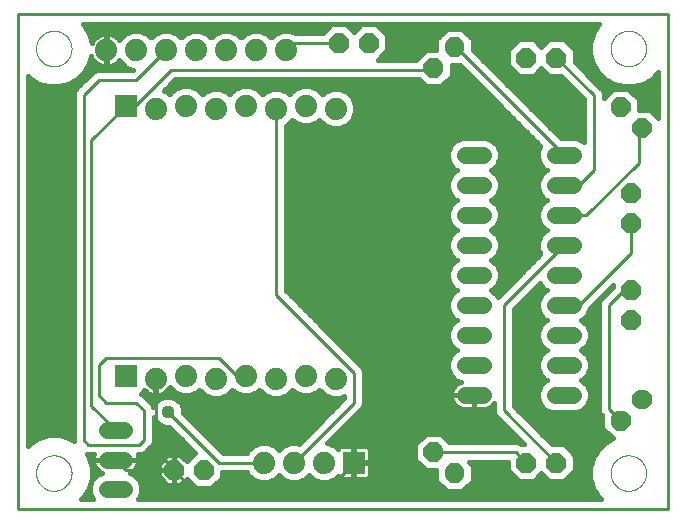
<source format=gbl>
G75*
%MOIN*%
%OFA0B0*%
%FSLAX25Y25*%
%IPPOS*%
%LPD*%
%AMOC8*
5,1,8,0,0,1.08239X$1,22.5*
%
%ADD10C,0.01000*%
%ADD11C,0.00000*%
%ADD12C,0.07400*%
%ADD13R,0.07400X0.07400*%
%ADD14C,0.05800*%
%ADD15C,0.01320*%
%ADD16OC8,0.06600*%
%ADD17C,0.01600*%
%ADD18C,0.04400*%
D10*
X0019800Y0016300D02*
X0019800Y0181261D01*
X0236501Y0181261D01*
X0236501Y0016300D01*
X0019800Y0016300D01*
X0041800Y0039300D02*
X0043300Y0037800D01*
X0060300Y0037800D01*
X0061800Y0039300D01*
X0061800Y0049300D01*
X0059300Y0051800D01*
X0049300Y0051800D01*
X0046800Y0054300D01*
X0046800Y0064300D01*
X0049300Y0066800D01*
X0086800Y0066800D01*
X0092800Y0060800D01*
X0095800Y0060800D01*
X0069800Y0048800D02*
X0086800Y0031800D01*
X0101800Y0031800D01*
X0111800Y0031800D02*
X0131800Y0051800D01*
X0131800Y0061800D01*
X0105800Y0087800D01*
X0105800Y0149800D01*
X0109300Y0169300D02*
X0111800Y0171800D01*
X0126800Y0171800D01*
X0157800Y0162800D02*
X0158264Y0163264D01*
X0157800Y0162800D02*
X0070800Y0162800D01*
X0058800Y0150800D01*
X0055800Y0150800D01*
X0044300Y0139300D01*
X0044300Y0050743D01*
X0052405Y0042638D01*
X0041800Y0039300D02*
X0041800Y0154300D01*
X0046800Y0159300D01*
X0059300Y0159300D01*
X0069300Y0169300D01*
X0165336Y0170336D02*
X0165764Y0170336D01*
X0201800Y0134300D01*
X0211800Y0129300D02*
X0211800Y0154300D01*
X0199300Y0166800D01*
X0226800Y0142229D02*
X0227836Y0143264D01*
X0226800Y0142229D02*
X0226800Y0131800D01*
X0209300Y0114300D01*
X0201800Y0114300D01*
X0201800Y0104300D02*
X0181800Y0084300D01*
X0181800Y0049300D01*
X0199300Y0031800D01*
X0189300Y0031800D02*
X0185764Y0035336D01*
X0158264Y0035336D01*
X0131800Y0031800D02*
X0121800Y0021800D01*
X0079300Y0021800D01*
X0071800Y0029300D01*
X0071800Y0029800D01*
X0065800Y0035800D01*
X0065800Y0059800D01*
X0052405Y0032795D02*
X0055900Y0029300D01*
X0071800Y0029300D01*
X0201800Y0084300D02*
X0206800Y0084300D01*
X0224300Y0101800D01*
X0224300Y0111800D01*
X0206800Y0124300D02*
X0211800Y0129300D01*
X0206800Y0124300D02*
X0201800Y0124300D01*
X0221800Y0089300D02*
X0216800Y0084300D01*
X0216800Y0049729D01*
X0220764Y0045764D01*
X0221800Y0089300D02*
X0224300Y0089300D01*
D11*
X0217394Y0028300D02*
X0217396Y0028453D01*
X0217402Y0028607D01*
X0217412Y0028760D01*
X0217426Y0028912D01*
X0217444Y0029065D01*
X0217466Y0029216D01*
X0217491Y0029367D01*
X0217521Y0029518D01*
X0217555Y0029668D01*
X0217592Y0029816D01*
X0217633Y0029964D01*
X0217678Y0030110D01*
X0217727Y0030256D01*
X0217780Y0030400D01*
X0217836Y0030542D01*
X0217896Y0030683D01*
X0217960Y0030823D01*
X0218027Y0030961D01*
X0218098Y0031097D01*
X0218173Y0031231D01*
X0218250Y0031363D01*
X0218332Y0031493D01*
X0218416Y0031621D01*
X0218504Y0031747D01*
X0218595Y0031870D01*
X0218689Y0031991D01*
X0218787Y0032109D01*
X0218887Y0032225D01*
X0218991Y0032338D01*
X0219097Y0032449D01*
X0219206Y0032557D01*
X0219318Y0032662D01*
X0219432Y0032763D01*
X0219550Y0032862D01*
X0219669Y0032958D01*
X0219791Y0033051D01*
X0219916Y0033140D01*
X0220043Y0033227D01*
X0220172Y0033309D01*
X0220303Y0033389D01*
X0220436Y0033465D01*
X0220571Y0033538D01*
X0220708Y0033607D01*
X0220847Y0033672D01*
X0220987Y0033734D01*
X0221129Y0033792D01*
X0221272Y0033847D01*
X0221417Y0033898D01*
X0221563Y0033945D01*
X0221710Y0033988D01*
X0221858Y0034027D01*
X0222007Y0034063D01*
X0222157Y0034094D01*
X0222308Y0034122D01*
X0222459Y0034146D01*
X0222612Y0034166D01*
X0222764Y0034182D01*
X0222917Y0034194D01*
X0223070Y0034202D01*
X0223223Y0034206D01*
X0223377Y0034206D01*
X0223530Y0034202D01*
X0223683Y0034194D01*
X0223836Y0034182D01*
X0223988Y0034166D01*
X0224141Y0034146D01*
X0224292Y0034122D01*
X0224443Y0034094D01*
X0224593Y0034063D01*
X0224742Y0034027D01*
X0224890Y0033988D01*
X0225037Y0033945D01*
X0225183Y0033898D01*
X0225328Y0033847D01*
X0225471Y0033792D01*
X0225613Y0033734D01*
X0225753Y0033672D01*
X0225892Y0033607D01*
X0226029Y0033538D01*
X0226164Y0033465D01*
X0226297Y0033389D01*
X0226428Y0033309D01*
X0226557Y0033227D01*
X0226684Y0033140D01*
X0226809Y0033051D01*
X0226931Y0032958D01*
X0227050Y0032862D01*
X0227168Y0032763D01*
X0227282Y0032662D01*
X0227394Y0032557D01*
X0227503Y0032449D01*
X0227609Y0032338D01*
X0227713Y0032225D01*
X0227813Y0032109D01*
X0227911Y0031991D01*
X0228005Y0031870D01*
X0228096Y0031747D01*
X0228184Y0031621D01*
X0228268Y0031493D01*
X0228350Y0031363D01*
X0228427Y0031231D01*
X0228502Y0031097D01*
X0228573Y0030961D01*
X0228640Y0030823D01*
X0228704Y0030683D01*
X0228764Y0030542D01*
X0228820Y0030400D01*
X0228873Y0030256D01*
X0228922Y0030110D01*
X0228967Y0029964D01*
X0229008Y0029816D01*
X0229045Y0029668D01*
X0229079Y0029518D01*
X0229109Y0029367D01*
X0229134Y0029216D01*
X0229156Y0029065D01*
X0229174Y0028912D01*
X0229188Y0028760D01*
X0229198Y0028607D01*
X0229204Y0028453D01*
X0229206Y0028300D01*
X0229204Y0028147D01*
X0229198Y0027993D01*
X0229188Y0027840D01*
X0229174Y0027688D01*
X0229156Y0027535D01*
X0229134Y0027384D01*
X0229109Y0027233D01*
X0229079Y0027082D01*
X0229045Y0026932D01*
X0229008Y0026784D01*
X0228967Y0026636D01*
X0228922Y0026490D01*
X0228873Y0026344D01*
X0228820Y0026200D01*
X0228764Y0026058D01*
X0228704Y0025917D01*
X0228640Y0025777D01*
X0228573Y0025639D01*
X0228502Y0025503D01*
X0228427Y0025369D01*
X0228350Y0025237D01*
X0228268Y0025107D01*
X0228184Y0024979D01*
X0228096Y0024853D01*
X0228005Y0024730D01*
X0227911Y0024609D01*
X0227813Y0024491D01*
X0227713Y0024375D01*
X0227609Y0024262D01*
X0227503Y0024151D01*
X0227394Y0024043D01*
X0227282Y0023938D01*
X0227168Y0023837D01*
X0227050Y0023738D01*
X0226931Y0023642D01*
X0226809Y0023549D01*
X0226684Y0023460D01*
X0226557Y0023373D01*
X0226428Y0023291D01*
X0226297Y0023211D01*
X0226164Y0023135D01*
X0226029Y0023062D01*
X0225892Y0022993D01*
X0225753Y0022928D01*
X0225613Y0022866D01*
X0225471Y0022808D01*
X0225328Y0022753D01*
X0225183Y0022702D01*
X0225037Y0022655D01*
X0224890Y0022612D01*
X0224742Y0022573D01*
X0224593Y0022537D01*
X0224443Y0022506D01*
X0224292Y0022478D01*
X0224141Y0022454D01*
X0223988Y0022434D01*
X0223836Y0022418D01*
X0223683Y0022406D01*
X0223530Y0022398D01*
X0223377Y0022394D01*
X0223223Y0022394D01*
X0223070Y0022398D01*
X0222917Y0022406D01*
X0222764Y0022418D01*
X0222612Y0022434D01*
X0222459Y0022454D01*
X0222308Y0022478D01*
X0222157Y0022506D01*
X0222007Y0022537D01*
X0221858Y0022573D01*
X0221710Y0022612D01*
X0221563Y0022655D01*
X0221417Y0022702D01*
X0221272Y0022753D01*
X0221129Y0022808D01*
X0220987Y0022866D01*
X0220847Y0022928D01*
X0220708Y0022993D01*
X0220571Y0023062D01*
X0220436Y0023135D01*
X0220303Y0023211D01*
X0220172Y0023291D01*
X0220043Y0023373D01*
X0219916Y0023460D01*
X0219791Y0023549D01*
X0219669Y0023642D01*
X0219550Y0023738D01*
X0219432Y0023837D01*
X0219318Y0023938D01*
X0219206Y0024043D01*
X0219097Y0024151D01*
X0218991Y0024262D01*
X0218887Y0024375D01*
X0218787Y0024491D01*
X0218689Y0024609D01*
X0218595Y0024730D01*
X0218504Y0024853D01*
X0218416Y0024979D01*
X0218332Y0025107D01*
X0218250Y0025237D01*
X0218173Y0025369D01*
X0218098Y0025503D01*
X0218027Y0025639D01*
X0217960Y0025777D01*
X0217896Y0025917D01*
X0217836Y0026058D01*
X0217780Y0026200D01*
X0217727Y0026344D01*
X0217678Y0026490D01*
X0217633Y0026636D01*
X0217592Y0026784D01*
X0217555Y0026932D01*
X0217521Y0027082D01*
X0217491Y0027233D01*
X0217466Y0027384D01*
X0217444Y0027535D01*
X0217426Y0027688D01*
X0217412Y0027840D01*
X0217402Y0027993D01*
X0217396Y0028147D01*
X0217394Y0028300D01*
X0025894Y0028300D02*
X0025896Y0028453D01*
X0025902Y0028607D01*
X0025912Y0028760D01*
X0025926Y0028912D01*
X0025944Y0029065D01*
X0025966Y0029216D01*
X0025991Y0029367D01*
X0026021Y0029518D01*
X0026055Y0029668D01*
X0026092Y0029816D01*
X0026133Y0029964D01*
X0026178Y0030110D01*
X0026227Y0030256D01*
X0026280Y0030400D01*
X0026336Y0030542D01*
X0026396Y0030683D01*
X0026460Y0030823D01*
X0026527Y0030961D01*
X0026598Y0031097D01*
X0026673Y0031231D01*
X0026750Y0031363D01*
X0026832Y0031493D01*
X0026916Y0031621D01*
X0027004Y0031747D01*
X0027095Y0031870D01*
X0027189Y0031991D01*
X0027287Y0032109D01*
X0027387Y0032225D01*
X0027491Y0032338D01*
X0027597Y0032449D01*
X0027706Y0032557D01*
X0027818Y0032662D01*
X0027932Y0032763D01*
X0028050Y0032862D01*
X0028169Y0032958D01*
X0028291Y0033051D01*
X0028416Y0033140D01*
X0028543Y0033227D01*
X0028672Y0033309D01*
X0028803Y0033389D01*
X0028936Y0033465D01*
X0029071Y0033538D01*
X0029208Y0033607D01*
X0029347Y0033672D01*
X0029487Y0033734D01*
X0029629Y0033792D01*
X0029772Y0033847D01*
X0029917Y0033898D01*
X0030063Y0033945D01*
X0030210Y0033988D01*
X0030358Y0034027D01*
X0030507Y0034063D01*
X0030657Y0034094D01*
X0030808Y0034122D01*
X0030959Y0034146D01*
X0031112Y0034166D01*
X0031264Y0034182D01*
X0031417Y0034194D01*
X0031570Y0034202D01*
X0031723Y0034206D01*
X0031877Y0034206D01*
X0032030Y0034202D01*
X0032183Y0034194D01*
X0032336Y0034182D01*
X0032488Y0034166D01*
X0032641Y0034146D01*
X0032792Y0034122D01*
X0032943Y0034094D01*
X0033093Y0034063D01*
X0033242Y0034027D01*
X0033390Y0033988D01*
X0033537Y0033945D01*
X0033683Y0033898D01*
X0033828Y0033847D01*
X0033971Y0033792D01*
X0034113Y0033734D01*
X0034253Y0033672D01*
X0034392Y0033607D01*
X0034529Y0033538D01*
X0034664Y0033465D01*
X0034797Y0033389D01*
X0034928Y0033309D01*
X0035057Y0033227D01*
X0035184Y0033140D01*
X0035309Y0033051D01*
X0035431Y0032958D01*
X0035550Y0032862D01*
X0035668Y0032763D01*
X0035782Y0032662D01*
X0035894Y0032557D01*
X0036003Y0032449D01*
X0036109Y0032338D01*
X0036213Y0032225D01*
X0036313Y0032109D01*
X0036411Y0031991D01*
X0036505Y0031870D01*
X0036596Y0031747D01*
X0036684Y0031621D01*
X0036768Y0031493D01*
X0036850Y0031363D01*
X0036927Y0031231D01*
X0037002Y0031097D01*
X0037073Y0030961D01*
X0037140Y0030823D01*
X0037204Y0030683D01*
X0037264Y0030542D01*
X0037320Y0030400D01*
X0037373Y0030256D01*
X0037422Y0030110D01*
X0037467Y0029964D01*
X0037508Y0029816D01*
X0037545Y0029668D01*
X0037579Y0029518D01*
X0037609Y0029367D01*
X0037634Y0029216D01*
X0037656Y0029065D01*
X0037674Y0028912D01*
X0037688Y0028760D01*
X0037698Y0028607D01*
X0037704Y0028453D01*
X0037706Y0028300D01*
X0037704Y0028147D01*
X0037698Y0027993D01*
X0037688Y0027840D01*
X0037674Y0027688D01*
X0037656Y0027535D01*
X0037634Y0027384D01*
X0037609Y0027233D01*
X0037579Y0027082D01*
X0037545Y0026932D01*
X0037508Y0026784D01*
X0037467Y0026636D01*
X0037422Y0026490D01*
X0037373Y0026344D01*
X0037320Y0026200D01*
X0037264Y0026058D01*
X0037204Y0025917D01*
X0037140Y0025777D01*
X0037073Y0025639D01*
X0037002Y0025503D01*
X0036927Y0025369D01*
X0036850Y0025237D01*
X0036768Y0025107D01*
X0036684Y0024979D01*
X0036596Y0024853D01*
X0036505Y0024730D01*
X0036411Y0024609D01*
X0036313Y0024491D01*
X0036213Y0024375D01*
X0036109Y0024262D01*
X0036003Y0024151D01*
X0035894Y0024043D01*
X0035782Y0023938D01*
X0035668Y0023837D01*
X0035550Y0023738D01*
X0035431Y0023642D01*
X0035309Y0023549D01*
X0035184Y0023460D01*
X0035057Y0023373D01*
X0034928Y0023291D01*
X0034797Y0023211D01*
X0034664Y0023135D01*
X0034529Y0023062D01*
X0034392Y0022993D01*
X0034253Y0022928D01*
X0034113Y0022866D01*
X0033971Y0022808D01*
X0033828Y0022753D01*
X0033683Y0022702D01*
X0033537Y0022655D01*
X0033390Y0022612D01*
X0033242Y0022573D01*
X0033093Y0022537D01*
X0032943Y0022506D01*
X0032792Y0022478D01*
X0032641Y0022454D01*
X0032488Y0022434D01*
X0032336Y0022418D01*
X0032183Y0022406D01*
X0032030Y0022398D01*
X0031877Y0022394D01*
X0031723Y0022394D01*
X0031570Y0022398D01*
X0031417Y0022406D01*
X0031264Y0022418D01*
X0031112Y0022434D01*
X0030959Y0022454D01*
X0030808Y0022478D01*
X0030657Y0022506D01*
X0030507Y0022537D01*
X0030358Y0022573D01*
X0030210Y0022612D01*
X0030063Y0022655D01*
X0029917Y0022702D01*
X0029772Y0022753D01*
X0029629Y0022808D01*
X0029487Y0022866D01*
X0029347Y0022928D01*
X0029208Y0022993D01*
X0029071Y0023062D01*
X0028936Y0023135D01*
X0028803Y0023211D01*
X0028672Y0023291D01*
X0028543Y0023373D01*
X0028416Y0023460D01*
X0028291Y0023549D01*
X0028169Y0023642D01*
X0028050Y0023738D01*
X0027932Y0023837D01*
X0027818Y0023938D01*
X0027706Y0024043D01*
X0027597Y0024151D01*
X0027491Y0024262D01*
X0027387Y0024375D01*
X0027287Y0024491D01*
X0027189Y0024609D01*
X0027095Y0024730D01*
X0027004Y0024853D01*
X0026916Y0024979D01*
X0026832Y0025107D01*
X0026750Y0025237D01*
X0026673Y0025369D01*
X0026598Y0025503D01*
X0026527Y0025639D01*
X0026460Y0025777D01*
X0026396Y0025917D01*
X0026336Y0026058D01*
X0026280Y0026200D01*
X0026227Y0026344D01*
X0026178Y0026490D01*
X0026133Y0026636D01*
X0026092Y0026784D01*
X0026055Y0026932D01*
X0026021Y0027082D01*
X0025991Y0027233D01*
X0025966Y0027384D01*
X0025944Y0027535D01*
X0025926Y0027688D01*
X0025912Y0027840D01*
X0025902Y0027993D01*
X0025896Y0028147D01*
X0025894Y0028300D01*
X0025894Y0169800D02*
X0025896Y0169953D01*
X0025902Y0170107D01*
X0025912Y0170260D01*
X0025926Y0170412D01*
X0025944Y0170565D01*
X0025966Y0170716D01*
X0025991Y0170867D01*
X0026021Y0171018D01*
X0026055Y0171168D01*
X0026092Y0171316D01*
X0026133Y0171464D01*
X0026178Y0171610D01*
X0026227Y0171756D01*
X0026280Y0171900D01*
X0026336Y0172042D01*
X0026396Y0172183D01*
X0026460Y0172323D01*
X0026527Y0172461D01*
X0026598Y0172597D01*
X0026673Y0172731D01*
X0026750Y0172863D01*
X0026832Y0172993D01*
X0026916Y0173121D01*
X0027004Y0173247D01*
X0027095Y0173370D01*
X0027189Y0173491D01*
X0027287Y0173609D01*
X0027387Y0173725D01*
X0027491Y0173838D01*
X0027597Y0173949D01*
X0027706Y0174057D01*
X0027818Y0174162D01*
X0027932Y0174263D01*
X0028050Y0174362D01*
X0028169Y0174458D01*
X0028291Y0174551D01*
X0028416Y0174640D01*
X0028543Y0174727D01*
X0028672Y0174809D01*
X0028803Y0174889D01*
X0028936Y0174965D01*
X0029071Y0175038D01*
X0029208Y0175107D01*
X0029347Y0175172D01*
X0029487Y0175234D01*
X0029629Y0175292D01*
X0029772Y0175347D01*
X0029917Y0175398D01*
X0030063Y0175445D01*
X0030210Y0175488D01*
X0030358Y0175527D01*
X0030507Y0175563D01*
X0030657Y0175594D01*
X0030808Y0175622D01*
X0030959Y0175646D01*
X0031112Y0175666D01*
X0031264Y0175682D01*
X0031417Y0175694D01*
X0031570Y0175702D01*
X0031723Y0175706D01*
X0031877Y0175706D01*
X0032030Y0175702D01*
X0032183Y0175694D01*
X0032336Y0175682D01*
X0032488Y0175666D01*
X0032641Y0175646D01*
X0032792Y0175622D01*
X0032943Y0175594D01*
X0033093Y0175563D01*
X0033242Y0175527D01*
X0033390Y0175488D01*
X0033537Y0175445D01*
X0033683Y0175398D01*
X0033828Y0175347D01*
X0033971Y0175292D01*
X0034113Y0175234D01*
X0034253Y0175172D01*
X0034392Y0175107D01*
X0034529Y0175038D01*
X0034664Y0174965D01*
X0034797Y0174889D01*
X0034928Y0174809D01*
X0035057Y0174727D01*
X0035184Y0174640D01*
X0035309Y0174551D01*
X0035431Y0174458D01*
X0035550Y0174362D01*
X0035668Y0174263D01*
X0035782Y0174162D01*
X0035894Y0174057D01*
X0036003Y0173949D01*
X0036109Y0173838D01*
X0036213Y0173725D01*
X0036313Y0173609D01*
X0036411Y0173491D01*
X0036505Y0173370D01*
X0036596Y0173247D01*
X0036684Y0173121D01*
X0036768Y0172993D01*
X0036850Y0172863D01*
X0036927Y0172731D01*
X0037002Y0172597D01*
X0037073Y0172461D01*
X0037140Y0172323D01*
X0037204Y0172183D01*
X0037264Y0172042D01*
X0037320Y0171900D01*
X0037373Y0171756D01*
X0037422Y0171610D01*
X0037467Y0171464D01*
X0037508Y0171316D01*
X0037545Y0171168D01*
X0037579Y0171018D01*
X0037609Y0170867D01*
X0037634Y0170716D01*
X0037656Y0170565D01*
X0037674Y0170412D01*
X0037688Y0170260D01*
X0037698Y0170107D01*
X0037704Y0169953D01*
X0037706Y0169800D01*
X0037704Y0169647D01*
X0037698Y0169493D01*
X0037688Y0169340D01*
X0037674Y0169188D01*
X0037656Y0169035D01*
X0037634Y0168884D01*
X0037609Y0168733D01*
X0037579Y0168582D01*
X0037545Y0168432D01*
X0037508Y0168284D01*
X0037467Y0168136D01*
X0037422Y0167990D01*
X0037373Y0167844D01*
X0037320Y0167700D01*
X0037264Y0167558D01*
X0037204Y0167417D01*
X0037140Y0167277D01*
X0037073Y0167139D01*
X0037002Y0167003D01*
X0036927Y0166869D01*
X0036850Y0166737D01*
X0036768Y0166607D01*
X0036684Y0166479D01*
X0036596Y0166353D01*
X0036505Y0166230D01*
X0036411Y0166109D01*
X0036313Y0165991D01*
X0036213Y0165875D01*
X0036109Y0165762D01*
X0036003Y0165651D01*
X0035894Y0165543D01*
X0035782Y0165438D01*
X0035668Y0165337D01*
X0035550Y0165238D01*
X0035431Y0165142D01*
X0035309Y0165049D01*
X0035184Y0164960D01*
X0035057Y0164873D01*
X0034928Y0164791D01*
X0034797Y0164711D01*
X0034664Y0164635D01*
X0034529Y0164562D01*
X0034392Y0164493D01*
X0034253Y0164428D01*
X0034113Y0164366D01*
X0033971Y0164308D01*
X0033828Y0164253D01*
X0033683Y0164202D01*
X0033537Y0164155D01*
X0033390Y0164112D01*
X0033242Y0164073D01*
X0033093Y0164037D01*
X0032943Y0164006D01*
X0032792Y0163978D01*
X0032641Y0163954D01*
X0032488Y0163934D01*
X0032336Y0163918D01*
X0032183Y0163906D01*
X0032030Y0163898D01*
X0031877Y0163894D01*
X0031723Y0163894D01*
X0031570Y0163898D01*
X0031417Y0163906D01*
X0031264Y0163918D01*
X0031112Y0163934D01*
X0030959Y0163954D01*
X0030808Y0163978D01*
X0030657Y0164006D01*
X0030507Y0164037D01*
X0030358Y0164073D01*
X0030210Y0164112D01*
X0030063Y0164155D01*
X0029917Y0164202D01*
X0029772Y0164253D01*
X0029629Y0164308D01*
X0029487Y0164366D01*
X0029347Y0164428D01*
X0029208Y0164493D01*
X0029071Y0164562D01*
X0028936Y0164635D01*
X0028803Y0164711D01*
X0028672Y0164791D01*
X0028543Y0164873D01*
X0028416Y0164960D01*
X0028291Y0165049D01*
X0028169Y0165142D01*
X0028050Y0165238D01*
X0027932Y0165337D01*
X0027818Y0165438D01*
X0027706Y0165543D01*
X0027597Y0165651D01*
X0027491Y0165762D01*
X0027387Y0165875D01*
X0027287Y0165991D01*
X0027189Y0166109D01*
X0027095Y0166230D01*
X0027004Y0166353D01*
X0026916Y0166479D01*
X0026832Y0166607D01*
X0026750Y0166737D01*
X0026673Y0166869D01*
X0026598Y0167003D01*
X0026527Y0167139D01*
X0026460Y0167277D01*
X0026396Y0167417D01*
X0026336Y0167558D01*
X0026280Y0167700D01*
X0026227Y0167844D01*
X0026178Y0167990D01*
X0026133Y0168136D01*
X0026092Y0168284D01*
X0026055Y0168432D01*
X0026021Y0168582D01*
X0025991Y0168733D01*
X0025966Y0168884D01*
X0025944Y0169035D01*
X0025926Y0169188D01*
X0025912Y0169340D01*
X0025902Y0169493D01*
X0025896Y0169647D01*
X0025894Y0169800D01*
X0217394Y0169800D02*
X0217396Y0169953D01*
X0217402Y0170107D01*
X0217412Y0170260D01*
X0217426Y0170412D01*
X0217444Y0170565D01*
X0217466Y0170716D01*
X0217491Y0170867D01*
X0217521Y0171018D01*
X0217555Y0171168D01*
X0217592Y0171316D01*
X0217633Y0171464D01*
X0217678Y0171610D01*
X0217727Y0171756D01*
X0217780Y0171900D01*
X0217836Y0172042D01*
X0217896Y0172183D01*
X0217960Y0172323D01*
X0218027Y0172461D01*
X0218098Y0172597D01*
X0218173Y0172731D01*
X0218250Y0172863D01*
X0218332Y0172993D01*
X0218416Y0173121D01*
X0218504Y0173247D01*
X0218595Y0173370D01*
X0218689Y0173491D01*
X0218787Y0173609D01*
X0218887Y0173725D01*
X0218991Y0173838D01*
X0219097Y0173949D01*
X0219206Y0174057D01*
X0219318Y0174162D01*
X0219432Y0174263D01*
X0219550Y0174362D01*
X0219669Y0174458D01*
X0219791Y0174551D01*
X0219916Y0174640D01*
X0220043Y0174727D01*
X0220172Y0174809D01*
X0220303Y0174889D01*
X0220436Y0174965D01*
X0220571Y0175038D01*
X0220708Y0175107D01*
X0220847Y0175172D01*
X0220987Y0175234D01*
X0221129Y0175292D01*
X0221272Y0175347D01*
X0221417Y0175398D01*
X0221563Y0175445D01*
X0221710Y0175488D01*
X0221858Y0175527D01*
X0222007Y0175563D01*
X0222157Y0175594D01*
X0222308Y0175622D01*
X0222459Y0175646D01*
X0222612Y0175666D01*
X0222764Y0175682D01*
X0222917Y0175694D01*
X0223070Y0175702D01*
X0223223Y0175706D01*
X0223377Y0175706D01*
X0223530Y0175702D01*
X0223683Y0175694D01*
X0223836Y0175682D01*
X0223988Y0175666D01*
X0224141Y0175646D01*
X0224292Y0175622D01*
X0224443Y0175594D01*
X0224593Y0175563D01*
X0224742Y0175527D01*
X0224890Y0175488D01*
X0225037Y0175445D01*
X0225183Y0175398D01*
X0225328Y0175347D01*
X0225471Y0175292D01*
X0225613Y0175234D01*
X0225753Y0175172D01*
X0225892Y0175107D01*
X0226029Y0175038D01*
X0226164Y0174965D01*
X0226297Y0174889D01*
X0226428Y0174809D01*
X0226557Y0174727D01*
X0226684Y0174640D01*
X0226809Y0174551D01*
X0226931Y0174458D01*
X0227050Y0174362D01*
X0227168Y0174263D01*
X0227282Y0174162D01*
X0227394Y0174057D01*
X0227503Y0173949D01*
X0227609Y0173838D01*
X0227713Y0173725D01*
X0227813Y0173609D01*
X0227911Y0173491D01*
X0228005Y0173370D01*
X0228096Y0173247D01*
X0228184Y0173121D01*
X0228268Y0172993D01*
X0228350Y0172863D01*
X0228427Y0172731D01*
X0228502Y0172597D01*
X0228573Y0172461D01*
X0228640Y0172323D01*
X0228704Y0172183D01*
X0228764Y0172042D01*
X0228820Y0171900D01*
X0228873Y0171756D01*
X0228922Y0171610D01*
X0228967Y0171464D01*
X0229008Y0171316D01*
X0229045Y0171168D01*
X0229079Y0171018D01*
X0229109Y0170867D01*
X0229134Y0170716D01*
X0229156Y0170565D01*
X0229174Y0170412D01*
X0229188Y0170260D01*
X0229198Y0170107D01*
X0229204Y0169953D01*
X0229206Y0169800D01*
X0229204Y0169647D01*
X0229198Y0169493D01*
X0229188Y0169340D01*
X0229174Y0169188D01*
X0229156Y0169035D01*
X0229134Y0168884D01*
X0229109Y0168733D01*
X0229079Y0168582D01*
X0229045Y0168432D01*
X0229008Y0168284D01*
X0228967Y0168136D01*
X0228922Y0167990D01*
X0228873Y0167844D01*
X0228820Y0167700D01*
X0228764Y0167558D01*
X0228704Y0167417D01*
X0228640Y0167277D01*
X0228573Y0167139D01*
X0228502Y0167003D01*
X0228427Y0166869D01*
X0228350Y0166737D01*
X0228268Y0166607D01*
X0228184Y0166479D01*
X0228096Y0166353D01*
X0228005Y0166230D01*
X0227911Y0166109D01*
X0227813Y0165991D01*
X0227713Y0165875D01*
X0227609Y0165762D01*
X0227503Y0165651D01*
X0227394Y0165543D01*
X0227282Y0165438D01*
X0227168Y0165337D01*
X0227050Y0165238D01*
X0226931Y0165142D01*
X0226809Y0165049D01*
X0226684Y0164960D01*
X0226557Y0164873D01*
X0226428Y0164791D01*
X0226297Y0164711D01*
X0226164Y0164635D01*
X0226029Y0164562D01*
X0225892Y0164493D01*
X0225753Y0164428D01*
X0225613Y0164366D01*
X0225471Y0164308D01*
X0225328Y0164253D01*
X0225183Y0164202D01*
X0225037Y0164155D01*
X0224890Y0164112D01*
X0224742Y0164073D01*
X0224593Y0164037D01*
X0224443Y0164006D01*
X0224292Y0163978D01*
X0224141Y0163954D01*
X0223988Y0163934D01*
X0223836Y0163918D01*
X0223683Y0163906D01*
X0223530Y0163898D01*
X0223377Y0163894D01*
X0223223Y0163894D01*
X0223070Y0163898D01*
X0222917Y0163906D01*
X0222764Y0163918D01*
X0222612Y0163934D01*
X0222459Y0163954D01*
X0222308Y0163978D01*
X0222157Y0164006D01*
X0222007Y0164037D01*
X0221858Y0164073D01*
X0221710Y0164112D01*
X0221563Y0164155D01*
X0221417Y0164202D01*
X0221272Y0164253D01*
X0221129Y0164308D01*
X0220987Y0164366D01*
X0220847Y0164428D01*
X0220708Y0164493D01*
X0220571Y0164562D01*
X0220436Y0164635D01*
X0220303Y0164711D01*
X0220172Y0164791D01*
X0220043Y0164873D01*
X0219916Y0164960D01*
X0219791Y0165049D01*
X0219669Y0165142D01*
X0219550Y0165238D01*
X0219432Y0165337D01*
X0219318Y0165438D01*
X0219206Y0165543D01*
X0219097Y0165651D01*
X0218991Y0165762D01*
X0218887Y0165875D01*
X0218787Y0165991D01*
X0218689Y0166109D01*
X0218595Y0166230D01*
X0218504Y0166353D01*
X0218416Y0166479D01*
X0218332Y0166607D01*
X0218250Y0166737D01*
X0218173Y0166869D01*
X0218098Y0167003D01*
X0218027Y0167139D01*
X0217960Y0167277D01*
X0217896Y0167417D01*
X0217836Y0167558D01*
X0217780Y0167700D01*
X0217727Y0167844D01*
X0217678Y0167990D01*
X0217633Y0168136D01*
X0217592Y0168284D01*
X0217555Y0168432D01*
X0217521Y0168582D01*
X0217491Y0168733D01*
X0217466Y0168884D01*
X0217444Y0169035D01*
X0217426Y0169188D01*
X0217412Y0169340D01*
X0217402Y0169493D01*
X0217396Y0169647D01*
X0217394Y0169800D01*
D12*
X0125800Y0149800D03*
X0115800Y0150800D03*
X0105800Y0149800D03*
X0095800Y0150800D03*
X0085800Y0149800D03*
X0075800Y0150800D03*
X0065800Y0149800D03*
X0069300Y0169300D03*
X0059300Y0169300D03*
X0049300Y0169300D03*
X0079300Y0169300D03*
X0089300Y0169300D03*
X0099300Y0169300D03*
X0109300Y0169300D03*
X0115800Y0060800D03*
X0105800Y0059800D03*
X0095800Y0060800D03*
X0085800Y0059800D03*
X0075800Y0060800D03*
X0065800Y0059800D03*
X0101800Y0031800D03*
X0111800Y0031800D03*
X0121800Y0031800D03*
X0125800Y0059800D03*
D13*
X0131800Y0031800D03*
X0055800Y0060800D03*
X0055800Y0150800D03*
D14*
X0168900Y0134300D02*
X0174700Y0134300D01*
X0174700Y0124300D02*
X0168900Y0124300D01*
X0168900Y0114300D02*
X0174700Y0114300D01*
X0174700Y0104300D02*
X0168900Y0104300D01*
X0168900Y0094300D02*
X0174700Y0094300D01*
X0174700Y0084300D02*
X0168900Y0084300D01*
X0168900Y0074300D02*
X0174700Y0074300D01*
X0174700Y0064300D02*
X0168900Y0064300D01*
X0168900Y0054300D02*
X0174700Y0054300D01*
X0198900Y0054300D02*
X0204700Y0054300D01*
X0204700Y0064300D02*
X0198900Y0064300D01*
X0198900Y0074300D02*
X0204700Y0074300D01*
X0204700Y0084300D02*
X0198900Y0084300D01*
X0198900Y0094300D02*
X0204700Y0094300D01*
X0204700Y0104300D02*
X0198900Y0104300D01*
X0198900Y0114300D02*
X0204700Y0114300D01*
X0204700Y0124300D02*
X0198900Y0124300D01*
X0198900Y0134300D02*
X0204700Y0134300D01*
X0055305Y0042638D02*
X0049505Y0042638D01*
X0049505Y0032795D02*
X0055305Y0032795D01*
X0055305Y0022953D02*
X0049505Y0022953D01*
D15*
X0158697Y0033357D02*
X0159357Y0032697D01*
X0157171Y0032697D01*
X0155625Y0034243D01*
X0155625Y0036429D01*
X0157171Y0037975D01*
X0159357Y0037975D01*
X0160903Y0036429D01*
X0160903Y0034243D01*
X0159357Y0032697D01*
X0158947Y0033687D01*
X0157581Y0033687D01*
X0156615Y0034653D01*
X0156615Y0036019D01*
X0157581Y0036985D01*
X0158947Y0036985D01*
X0159913Y0036019D01*
X0159913Y0034653D01*
X0158947Y0033687D01*
X0158537Y0034677D01*
X0157991Y0034677D01*
X0157605Y0035063D01*
X0157605Y0035609D01*
X0157991Y0035995D01*
X0158537Y0035995D01*
X0158923Y0035609D01*
X0158923Y0035063D01*
X0158537Y0034677D01*
X0165769Y0026285D02*
X0166429Y0025625D01*
X0164243Y0025625D01*
X0162697Y0027171D01*
X0162697Y0029357D01*
X0164243Y0030903D01*
X0166429Y0030903D01*
X0167975Y0029357D01*
X0167975Y0027171D01*
X0166429Y0025625D01*
X0166019Y0026615D01*
X0164653Y0026615D01*
X0163687Y0027581D01*
X0163687Y0028947D01*
X0164653Y0029913D01*
X0166019Y0029913D01*
X0166985Y0028947D01*
X0166985Y0027581D01*
X0166019Y0026615D01*
X0165609Y0027605D01*
X0165063Y0027605D01*
X0164677Y0027991D01*
X0164677Y0028537D01*
X0165063Y0028923D01*
X0165609Y0028923D01*
X0165995Y0028537D01*
X0165995Y0027991D01*
X0165609Y0027605D01*
X0222743Y0046197D02*
X0223403Y0046857D01*
X0223403Y0044671D01*
X0221857Y0043125D01*
X0219671Y0043125D01*
X0218125Y0044671D01*
X0218125Y0046857D01*
X0219671Y0048403D01*
X0221857Y0048403D01*
X0223403Y0046857D01*
X0222413Y0046447D01*
X0222413Y0045081D01*
X0221447Y0044115D01*
X0220081Y0044115D01*
X0219115Y0045081D01*
X0219115Y0046447D01*
X0220081Y0047413D01*
X0221447Y0047413D01*
X0222413Y0046447D01*
X0221423Y0046037D01*
X0221423Y0045491D01*
X0221037Y0045105D01*
X0220491Y0045105D01*
X0220105Y0045491D01*
X0220105Y0046037D01*
X0220491Y0046423D01*
X0221037Y0046423D01*
X0221423Y0046037D01*
X0229815Y0053269D02*
X0230475Y0053929D01*
X0230475Y0051743D01*
X0228929Y0050197D01*
X0226743Y0050197D01*
X0225197Y0051743D01*
X0225197Y0053929D01*
X0226743Y0055475D01*
X0228929Y0055475D01*
X0230475Y0053929D01*
X0229485Y0053519D01*
X0229485Y0052153D01*
X0228519Y0051187D01*
X0227153Y0051187D01*
X0226187Y0052153D01*
X0226187Y0053519D01*
X0227153Y0054485D01*
X0228519Y0054485D01*
X0229485Y0053519D01*
X0228495Y0053109D01*
X0228495Y0052563D01*
X0228109Y0052177D01*
X0227563Y0052177D01*
X0227177Y0052563D01*
X0227177Y0053109D01*
X0227563Y0053495D01*
X0228109Y0053495D01*
X0228495Y0053109D01*
X0228269Y0141285D02*
X0228929Y0140625D01*
X0226743Y0140625D01*
X0225197Y0142171D01*
X0225197Y0144357D01*
X0226743Y0145903D01*
X0228929Y0145903D01*
X0230475Y0144357D01*
X0230475Y0142171D01*
X0228929Y0140625D01*
X0228519Y0141615D01*
X0227153Y0141615D01*
X0226187Y0142581D01*
X0226187Y0143947D01*
X0227153Y0144913D01*
X0228519Y0144913D01*
X0229485Y0143947D01*
X0229485Y0142581D01*
X0228519Y0141615D01*
X0228109Y0142605D01*
X0227563Y0142605D01*
X0227177Y0142991D01*
X0227177Y0143537D01*
X0227563Y0143923D01*
X0228109Y0143923D01*
X0228495Y0143537D01*
X0228495Y0142991D01*
X0228109Y0142605D01*
X0221197Y0148357D02*
X0221857Y0147697D01*
X0219671Y0147697D01*
X0218125Y0149243D01*
X0218125Y0151429D01*
X0219671Y0152975D01*
X0221857Y0152975D01*
X0223403Y0151429D01*
X0223403Y0149243D01*
X0221857Y0147697D01*
X0221447Y0148687D01*
X0220081Y0148687D01*
X0219115Y0149653D01*
X0219115Y0151019D01*
X0220081Y0151985D01*
X0221447Y0151985D01*
X0222413Y0151019D01*
X0222413Y0149653D01*
X0221447Y0148687D01*
X0221037Y0149677D01*
X0220491Y0149677D01*
X0220105Y0150063D01*
X0220105Y0150609D01*
X0220491Y0150995D01*
X0221037Y0150995D01*
X0221423Y0150609D01*
X0221423Y0150063D01*
X0221037Y0149677D01*
X0167315Y0170769D02*
X0167975Y0171429D01*
X0167975Y0169243D01*
X0166429Y0167697D01*
X0164243Y0167697D01*
X0162697Y0169243D01*
X0162697Y0171429D01*
X0164243Y0172975D01*
X0166429Y0172975D01*
X0167975Y0171429D01*
X0166985Y0171019D01*
X0166985Y0169653D01*
X0166019Y0168687D01*
X0164653Y0168687D01*
X0163687Y0169653D01*
X0163687Y0171019D01*
X0164653Y0171985D01*
X0166019Y0171985D01*
X0166985Y0171019D01*
X0165995Y0170609D01*
X0165995Y0170063D01*
X0165609Y0169677D01*
X0165063Y0169677D01*
X0164677Y0170063D01*
X0164677Y0170609D01*
X0165063Y0170995D01*
X0165609Y0170995D01*
X0165995Y0170609D01*
X0160243Y0163697D02*
X0160903Y0164357D01*
X0160903Y0162171D01*
X0159357Y0160625D01*
X0157171Y0160625D01*
X0155625Y0162171D01*
X0155625Y0164357D01*
X0157171Y0165903D01*
X0159357Y0165903D01*
X0160903Y0164357D01*
X0159913Y0163947D01*
X0159913Y0162581D01*
X0158947Y0161615D01*
X0157581Y0161615D01*
X0156615Y0162581D01*
X0156615Y0163947D01*
X0157581Y0164913D01*
X0158947Y0164913D01*
X0159913Y0163947D01*
X0158923Y0163537D01*
X0158923Y0162991D01*
X0158537Y0162605D01*
X0157991Y0162605D01*
X0157605Y0162991D01*
X0157605Y0163537D01*
X0157991Y0163923D01*
X0158537Y0163923D01*
X0158923Y0163537D01*
D16*
X0136800Y0171800D03*
X0126800Y0171800D03*
X0189300Y0166800D03*
X0199300Y0166800D03*
X0224300Y0121800D03*
X0224300Y0111800D03*
X0224300Y0089300D03*
X0224300Y0079300D03*
X0199300Y0031800D03*
X0189300Y0031800D03*
X0081800Y0029300D03*
X0071800Y0029300D03*
D17*
X0071800Y0029300D01*
X0071800Y0034400D01*
X0073912Y0034400D01*
X0076093Y0032220D01*
X0078903Y0035030D01*
X0070133Y0043800D01*
X0068805Y0043800D01*
X0066968Y0044561D01*
X0065561Y0045968D01*
X0065100Y0047081D01*
X0065100Y0038644D01*
X0064598Y0037431D01*
X0063669Y0036502D01*
X0062169Y0035002D01*
X0060956Y0034500D01*
X0059693Y0034500D01*
X0059889Y0033896D01*
X0060005Y0033165D01*
X0060005Y0032795D01*
X0052405Y0032795D01*
X0052405Y0032795D01*
X0060005Y0032795D01*
X0060005Y0032425D01*
X0059889Y0031695D01*
X0059660Y0030991D01*
X0059325Y0030332D01*
X0058890Y0029733D01*
X0058367Y0029210D01*
X0057768Y0028775D01*
X0057109Y0028440D01*
X0057022Y0028411D01*
X0058534Y0027785D01*
X0060137Y0026182D01*
X0061005Y0024087D01*
X0061005Y0021819D01*
X0060137Y0019724D01*
X0060013Y0019600D01*
X0214121Y0019600D01*
X0213183Y0020537D01*
X0211519Y0023420D01*
X0210657Y0026636D01*
X0210657Y0029964D01*
X0211519Y0033180D01*
X0213183Y0036063D01*
X0215537Y0038417D01*
X0218040Y0039862D01*
X0214664Y0043238D01*
X0214664Y0047198D01*
X0214002Y0047860D01*
X0213500Y0049072D01*
X0213500Y0084956D01*
X0214002Y0086169D01*
X0214931Y0087098D01*
X0218200Y0090367D01*
X0218200Y0091033D01*
X0210400Y0083233D01*
X0210400Y0083166D01*
X0209532Y0081071D01*
X0207929Y0079468D01*
X0207524Y0079300D01*
X0207929Y0079132D01*
X0209532Y0077529D01*
X0210400Y0075434D01*
X0210400Y0073166D01*
X0209532Y0071071D01*
X0207929Y0069468D01*
X0207524Y0069300D01*
X0207929Y0069132D01*
X0209532Y0067529D01*
X0210400Y0065434D01*
X0210400Y0063166D01*
X0209532Y0061071D01*
X0207929Y0059468D01*
X0207524Y0059300D01*
X0207929Y0059132D01*
X0209532Y0057529D01*
X0210400Y0055434D01*
X0210400Y0053166D01*
X0209532Y0051071D01*
X0207929Y0049468D01*
X0205834Y0048600D01*
X0197766Y0048600D01*
X0195671Y0049468D01*
X0194068Y0051071D01*
X0193200Y0053166D01*
X0193200Y0055434D01*
X0194068Y0057529D01*
X0195671Y0059132D01*
X0196076Y0059300D01*
X0195671Y0059468D01*
X0194068Y0061071D01*
X0193200Y0063166D01*
X0193200Y0065434D01*
X0194068Y0067529D01*
X0195671Y0069132D01*
X0196076Y0069300D01*
X0195671Y0069468D01*
X0194068Y0071071D01*
X0193200Y0073166D01*
X0193200Y0075434D01*
X0194068Y0077529D01*
X0195671Y0079132D01*
X0196076Y0079300D01*
X0195671Y0079468D01*
X0194068Y0081071D01*
X0193200Y0083166D01*
X0193200Y0085434D01*
X0194068Y0087529D01*
X0195671Y0089132D01*
X0196076Y0089300D01*
X0195671Y0089468D01*
X0194068Y0091071D01*
X0193825Y0091658D01*
X0185100Y0082933D01*
X0185100Y0050667D01*
X0197867Y0037900D01*
X0201827Y0037900D01*
X0205400Y0034327D01*
X0205400Y0029273D01*
X0201827Y0025700D01*
X0196773Y0025700D01*
X0194300Y0028173D01*
X0191827Y0025700D01*
X0186773Y0025700D01*
X0183200Y0029273D01*
X0183200Y0032036D01*
X0170191Y0032036D01*
X0171436Y0030791D01*
X0171436Y0025738D01*
X0167862Y0022164D01*
X0162809Y0022164D01*
X0159236Y0025738D01*
X0159236Y0029236D01*
X0155738Y0029236D01*
X0152164Y0032809D01*
X0152164Y0037862D01*
X0155738Y0041436D01*
X0160791Y0041436D01*
X0163591Y0038636D01*
X0186421Y0038636D01*
X0187634Y0038133D01*
X0187867Y0037900D01*
X0188533Y0037900D01*
X0179931Y0046502D01*
X0179931Y0046502D01*
X0179002Y0047431D01*
X0178500Y0048644D01*
X0178500Y0051534D01*
X0178285Y0051238D01*
X0177762Y0050715D01*
X0177163Y0050280D01*
X0176504Y0049944D01*
X0175801Y0049716D01*
X0175070Y0049600D01*
X0171800Y0049600D01*
X0171800Y0054300D01*
X0171800Y0054300D01*
X0171800Y0054300D01*
X0164200Y0054300D01*
X0164200Y0054670D01*
X0164316Y0055401D01*
X0164544Y0056104D01*
X0164880Y0056763D01*
X0165315Y0057362D01*
X0165838Y0057885D01*
X0166437Y0058320D01*
X0167096Y0058656D01*
X0167396Y0058753D01*
X0165671Y0059468D01*
X0164068Y0061071D01*
X0163200Y0063166D01*
X0163200Y0065434D01*
X0164068Y0067529D01*
X0165671Y0069132D01*
X0166076Y0069300D01*
X0165671Y0069468D01*
X0164068Y0071071D01*
X0163200Y0073166D01*
X0163200Y0075434D01*
X0164068Y0077529D01*
X0165671Y0079132D01*
X0166076Y0079300D01*
X0165671Y0079468D01*
X0164068Y0081071D01*
X0163200Y0083166D01*
X0163200Y0085434D01*
X0164068Y0087529D01*
X0165671Y0089132D01*
X0166076Y0089300D01*
X0165671Y0089468D01*
X0164068Y0091071D01*
X0163200Y0093166D01*
X0163200Y0095434D01*
X0164068Y0097529D01*
X0165671Y0099132D01*
X0166076Y0099300D01*
X0165671Y0099468D01*
X0164068Y0101071D01*
X0163200Y0103166D01*
X0163200Y0105434D01*
X0164068Y0107529D01*
X0165671Y0109132D01*
X0166076Y0109300D01*
X0165671Y0109468D01*
X0164068Y0111071D01*
X0163200Y0113166D01*
X0163200Y0115434D01*
X0164068Y0117529D01*
X0165671Y0119132D01*
X0166076Y0119300D01*
X0165671Y0119468D01*
X0164068Y0121071D01*
X0163200Y0123166D01*
X0163200Y0125434D01*
X0164068Y0127529D01*
X0165671Y0129132D01*
X0166076Y0129300D01*
X0165671Y0129468D01*
X0164068Y0131071D01*
X0163200Y0133166D01*
X0163200Y0135434D01*
X0164068Y0137529D01*
X0165671Y0139132D01*
X0167766Y0140000D01*
X0175834Y0140000D01*
X0177929Y0139132D01*
X0179532Y0137529D01*
X0180400Y0135434D01*
X0180400Y0133166D01*
X0179532Y0131071D01*
X0177929Y0129468D01*
X0177524Y0129300D01*
X0177929Y0129132D01*
X0179532Y0127529D01*
X0180400Y0125434D01*
X0180400Y0123166D01*
X0179532Y0121071D01*
X0177929Y0119468D01*
X0177524Y0119300D01*
X0177929Y0119132D01*
X0179532Y0117529D01*
X0180400Y0115434D01*
X0180400Y0113166D01*
X0179532Y0111071D01*
X0177929Y0109468D01*
X0177524Y0109300D01*
X0177929Y0109132D01*
X0179532Y0107529D01*
X0180400Y0105434D01*
X0180400Y0103166D01*
X0179532Y0101071D01*
X0177929Y0099468D01*
X0177524Y0099300D01*
X0177929Y0099132D01*
X0179532Y0097529D01*
X0180400Y0095434D01*
X0180400Y0093166D01*
X0179532Y0091071D01*
X0177929Y0089468D01*
X0177524Y0089300D01*
X0177929Y0089132D01*
X0179532Y0087529D01*
X0179775Y0086942D01*
X0179931Y0087098D01*
X0194020Y0101187D01*
X0193200Y0103166D01*
X0193200Y0105434D01*
X0194068Y0107529D01*
X0195671Y0109132D01*
X0196076Y0109300D01*
X0195671Y0109468D01*
X0194068Y0111071D01*
X0193200Y0113166D01*
X0193200Y0115434D01*
X0194068Y0117529D01*
X0195671Y0119132D01*
X0196076Y0119300D01*
X0195671Y0119468D01*
X0194068Y0121071D01*
X0193200Y0123166D01*
X0193200Y0125434D01*
X0194068Y0127529D01*
X0195671Y0129132D01*
X0196076Y0129300D01*
X0195671Y0129468D01*
X0194068Y0131071D01*
X0193200Y0133166D01*
X0193200Y0135434D01*
X0194020Y0137413D01*
X0167198Y0164236D01*
X0164364Y0164236D01*
X0164364Y0160738D01*
X0160791Y0157164D01*
X0155738Y0157164D01*
X0153402Y0159500D01*
X0072167Y0159500D01*
X0068418Y0155751D01*
X0069482Y0155310D01*
X0070300Y0154492D01*
X0072118Y0156310D01*
X0074507Y0157300D01*
X0077093Y0157300D01*
X0079482Y0156310D01*
X0081300Y0154492D01*
X0082118Y0155310D01*
X0084507Y0156300D01*
X0087093Y0156300D01*
X0089482Y0155310D01*
X0090300Y0154492D01*
X0092118Y0156310D01*
X0094507Y0157300D01*
X0097093Y0157300D01*
X0099482Y0156310D01*
X0101300Y0154492D01*
X0102118Y0155310D01*
X0104507Y0156300D01*
X0107093Y0156300D01*
X0109482Y0155310D01*
X0110300Y0154492D01*
X0112118Y0156310D01*
X0114507Y0157300D01*
X0117093Y0157300D01*
X0119482Y0156310D01*
X0121300Y0154492D01*
X0122118Y0155310D01*
X0124507Y0156300D01*
X0127093Y0156300D01*
X0129482Y0155310D01*
X0131310Y0153482D01*
X0132300Y0151093D01*
X0132300Y0148507D01*
X0131310Y0146118D01*
X0129482Y0144290D01*
X0127093Y0143300D01*
X0124507Y0143300D01*
X0122118Y0144290D01*
X0120300Y0146108D01*
X0119482Y0145290D01*
X0117093Y0144300D01*
X0114507Y0144300D01*
X0112118Y0145290D01*
X0111300Y0146108D01*
X0109482Y0144290D01*
X0109100Y0144131D01*
X0109100Y0089167D01*
X0133669Y0064598D01*
X0134598Y0063669D01*
X0135100Y0062456D01*
X0135100Y0051144D01*
X0134598Y0049931D01*
X0122967Y0038300D01*
X0123093Y0038300D01*
X0125482Y0037310D01*
X0126487Y0036306D01*
X0126660Y0036605D01*
X0126995Y0036940D01*
X0127405Y0037177D01*
X0127863Y0037300D01*
X0131600Y0037300D01*
X0131600Y0032000D01*
X0132000Y0032000D01*
X0132000Y0037300D01*
X0135737Y0037300D01*
X0136195Y0037177D01*
X0136605Y0036940D01*
X0136940Y0036605D01*
X0137177Y0036195D01*
X0137300Y0035737D01*
X0137300Y0032000D01*
X0132000Y0032000D01*
X0132000Y0031600D01*
X0137300Y0031600D01*
X0137300Y0027863D01*
X0137177Y0027405D01*
X0136940Y0026995D01*
X0136605Y0026660D01*
X0136195Y0026423D01*
X0135737Y0026300D01*
X0132000Y0026300D01*
X0132000Y0031600D01*
X0131600Y0031600D01*
X0131600Y0026300D01*
X0127863Y0026300D01*
X0127405Y0026423D01*
X0126995Y0026660D01*
X0126660Y0026995D01*
X0126487Y0027294D01*
X0125482Y0026290D01*
X0123093Y0025300D01*
X0120507Y0025300D01*
X0118118Y0026290D01*
X0116800Y0027608D01*
X0115482Y0026290D01*
X0113093Y0025300D01*
X0110507Y0025300D01*
X0108118Y0026290D01*
X0106800Y0027608D01*
X0105482Y0026290D01*
X0103093Y0025300D01*
X0100507Y0025300D01*
X0098118Y0026290D01*
X0096290Y0028118D01*
X0096131Y0028500D01*
X0087900Y0028500D01*
X0087900Y0026773D01*
X0084327Y0023200D01*
X0079273Y0023200D01*
X0076093Y0026380D01*
X0073912Y0024200D01*
X0071800Y0024200D01*
X0071800Y0029300D01*
X0071800Y0029300D01*
X0071800Y0029300D01*
X0066700Y0029300D01*
X0066700Y0031412D01*
X0069688Y0034400D01*
X0071800Y0034400D01*
X0071800Y0029300D01*
X0071800Y0024200D01*
X0069688Y0024200D01*
X0066700Y0027188D01*
X0066700Y0029300D01*
X0071800Y0029300D01*
X0071800Y0029923D02*
X0071800Y0029923D01*
X0071800Y0031521D02*
X0071800Y0031521D01*
X0071800Y0033120D02*
X0071800Y0033120D01*
X0075193Y0033120D02*
X0076993Y0033120D01*
X0078591Y0034718D02*
X0061483Y0034718D01*
X0060005Y0033120D02*
X0068407Y0033120D01*
X0066809Y0031521D02*
X0059833Y0031521D01*
X0059027Y0029923D02*
X0066700Y0029923D01*
X0066700Y0028324D02*
X0057232Y0028324D01*
X0059593Y0026726D02*
X0067162Y0026726D01*
X0068760Y0025127D02*
X0060574Y0025127D01*
X0061005Y0023529D02*
X0078945Y0023529D01*
X0077346Y0025127D02*
X0074840Y0025127D01*
X0071800Y0025127D02*
X0071800Y0025127D01*
X0071800Y0026726D02*
X0071800Y0026726D01*
X0071800Y0028324D02*
X0071800Y0028324D01*
X0077616Y0036317D02*
X0063484Y0036317D01*
X0064798Y0037915D02*
X0076018Y0037915D01*
X0074419Y0039514D02*
X0065100Y0039514D01*
X0065100Y0041112D02*
X0072821Y0041112D01*
X0071222Y0042711D02*
X0065100Y0042711D01*
X0065100Y0044309D02*
X0067576Y0044309D01*
X0065621Y0045908D02*
X0065100Y0045908D01*
X0064984Y0050238D02*
X0064598Y0051169D01*
X0061169Y0054598D01*
X0060972Y0054679D01*
X0061086Y0054726D01*
X0061874Y0055514D01*
X0062001Y0055821D01*
X0062217Y0055605D01*
X0062917Y0055096D01*
X0063689Y0054703D01*
X0064512Y0054435D01*
X0065367Y0054300D01*
X0065600Y0054300D01*
X0065600Y0059600D01*
X0066000Y0059600D01*
X0066000Y0054300D01*
X0066233Y0054300D01*
X0067088Y0054435D01*
X0067911Y0054703D01*
X0068683Y0055096D01*
X0069383Y0055605D01*
X0069995Y0056217D01*
X0070498Y0056909D01*
X0072118Y0055290D01*
X0074507Y0054300D01*
X0077093Y0054300D01*
X0079482Y0055290D01*
X0080300Y0056108D01*
X0082118Y0054290D01*
X0084507Y0053300D01*
X0087093Y0053300D01*
X0089482Y0054290D01*
X0091300Y0056108D01*
X0092118Y0055290D01*
X0094507Y0054300D01*
X0097093Y0054300D01*
X0099482Y0055290D01*
X0100300Y0056108D01*
X0102118Y0054290D01*
X0104507Y0053300D01*
X0107093Y0053300D01*
X0109482Y0054290D01*
X0111300Y0056108D01*
X0112118Y0055290D01*
X0114507Y0054300D01*
X0117093Y0054300D01*
X0119482Y0055290D01*
X0120300Y0056108D01*
X0122118Y0054290D01*
X0124507Y0053300D01*
X0127093Y0053300D01*
X0128500Y0053883D01*
X0128500Y0053167D01*
X0113475Y0038142D01*
X0113093Y0038300D01*
X0110507Y0038300D01*
X0108118Y0037310D01*
X0106800Y0035992D01*
X0105482Y0037310D01*
X0103093Y0038300D01*
X0100507Y0038300D01*
X0098118Y0037310D01*
X0096290Y0035482D01*
X0096131Y0035100D01*
X0088167Y0035100D01*
X0074800Y0048467D01*
X0074800Y0049795D01*
X0074039Y0051632D01*
X0072632Y0053039D01*
X0070795Y0053800D01*
X0068805Y0053800D01*
X0066968Y0053039D01*
X0065561Y0051632D01*
X0064984Y0050238D01*
X0064791Y0050703D02*
X0065176Y0050703D01*
X0066231Y0052302D02*
X0063465Y0052302D01*
X0061867Y0053900D02*
X0083058Y0053900D01*
X0080909Y0055499D02*
X0079691Y0055499D01*
X0073369Y0052302D02*
X0127635Y0052302D01*
X0126036Y0050703D02*
X0074424Y0050703D01*
X0074800Y0049105D02*
X0124438Y0049105D01*
X0122839Y0047506D02*
X0075761Y0047506D01*
X0077359Y0045908D02*
X0121241Y0045908D01*
X0119642Y0044309D02*
X0078958Y0044309D01*
X0080556Y0042711D02*
X0118044Y0042711D01*
X0116445Y0041112D02*
X0082155Y0041112D01*
X0083753Y0039514D02*
X0114847Y0039514D01*
X0109578Y0037915D02*
X0104022Y0037915D01*
X0106476Y0036317D02*
X0107124Y0036317D01*
X0099578Y0037915D02*
X0085352Y0037915D01*
X0086950Y0036317D02*
X0097124Y0036317D01*
X0096204Y0028324D02*
X0087900Y0028324D01*
X0087852Y0026726D02*
X0097682Y0026726D01*
X0105918Y0026726D02*
X0107682Y0026726D01*
X0115918Y0026726D02*
X0117682Y0026726D01*
X0125918Y0026726D02*
X0126929Y0026726D01*
X0131600Y0026726D02*
X0132000Y0026726D01*
X0132000Y0028324D02*
X0131600Y0028324D01*
X0131600Y0029923D02*
X0132000Y0029923D01*
X0132000Y0031521D02*
X0131600Y0031521D01*
X0131600Y0033120D02*
X0132000Y0033120D01*
X0132000Y0034718D02*
X0131600Y0034718D01*
X0131600Y0036317D02*
X0132000Y0036317D01*
X0137107Y0036317D02*
X0152164Y0036317D01*
X0152164Y0034718D02*
X0137300Y0034718D01*
X0137300Y0033120D02*
X0152164Y0033120D01*
X0153452Y0031521D02*
X0137300Y0031521D01*
X0137300Y0029923D02*
X0155051Y0029923D01*
X0159236Y0028324D02*
X0137300Y0028324D01*
X0136671Y0026726D02*
X0159236Y0026726D01*
X0159846Y0025127D02*
X0086254Y0025127D01*
X0084655Y0023529D02*
X0161445Y0023529D01*
X0169226Y0023529D02*
X0211490Y0023529D01*
X0211062Y0025127D02*
X0170825Y0025127D01*
X0171436Y0026726D02*
X0185748Y0026726D01*
X0184149Y0028324D02*
X0171436Y0028324D01*
X0171436Y0029923D02*
X0183200Y0029923D01*
X0183200Y0031521D02*
X0170706Y0031521D01*
X0162713Y0039514D02*
X0186919Y0039514D01*
X0187852Y0037915D02*
X0188518Y0037915D01*
X0185321Y0041112D02*
X0161114Y0041112D01*
X0155414Y0041112D02*
X0125779Y0041112D01*
X0124181Y0039514D02*
X0153816Y0039514D01*
X0152217Y0037915D02*
X0124022Y0037915D01*
X0126476Y0036317D02*
X0126493Y0036317D01*
X0127378Y0042711D02*
X0183722Y0042711D01*
X0182124Y0044309D02*
X0128976Y0044309D01*
X0130575Y0045908D02*
X0180525Y0045908D01*
X0178971Y0047506D02*
X0132173Y0047506D01*
X0133772Y0049105D02*
X0178500Y0049105D01*
X0178500Y0050703D02*
X0177746Y0050703D01*
X0171800Y0050703D02*
X0171800Y0050703D01*
X0171800Y0049600D02*
X0171800Y0054300D01*
X0164200Y0054300D01*
X0164200Y0053930D01*
X0164316Y0053199D01*
X0164544Y0052496D01*
X0164880Y0051837D01*
X0165315Y0051238D01*
X0165838Y0050715D01*
X0166437Y0050280D01*
X0167096Y0049944D01*
X0167799Y0049716D01*
X0168530Y0049600D01*
X0171800Y0049600D01*
X0171800Y0052302D02*
X0171800Y0052302D01*
X0171800Y0053900D02*
X0171800Y0053900D01*
X0165854Y0050703D02*
X0134918Y0050703D01*
X0135100Y0052302D02*
X0164643Y0052302D01*
X0164205Y0053900D02*
X0135100Y0053900D01*
X0135100Y0055499D02*
X0164348Y0055499D01*
X0165123Y0057097D02*
X0135100Y0057097D01*
X0135100Y0058696D02*
X0167219Y0058696D01*
X0164845Y0060294D02*
X0135100Y0060294D01*
X0135100Y0061893D02*
X0163727Y0061893D01*
X0163200Y0063491D02*
X0134671Y0063491D01*
X0133177Y0065090D02*
X0163200Y0065090D01*
X0163720Y0066688D02*
X0131579Y0066688D01*
X0129980Y0068287D02*
X0164826Y0068287D01*
X0165254Y0069885D02*
X0128382Y0069885D01*
X0126783Y0071484D02*
X0163897Y0071484D01*
X0163235Y0073082D02*
X0125184Y0073082D01*
X0123586Y0074681D02*
X0163200Y0074681D01*
X0163550Y0076279D02*
X0121987Y0076279D01*
X0120389Y0077878D02*
X0164417Y0077878D01*
X0165663Y0079476D02*
X0118790Y0079476D01*
X0117192Y0081075D02*
X0164066Y0081075D01*
X0163404Y0082673D02*
X0115593Y0082673D01*
X0113995Y0084272D02*
X0163200Y0084272D01*
X0163381Y0085870D02*
X0112396Y0085870D01*
X0110798Y0087469D02*
X0164043Y0087469D01*
X0165606Y0089068D02*
X0109199Y0089068D01*
X0109100Y0090666D02*
X0164473Y0090666D01*
X0163573Y0092265D02*
X0109100Y0092265D01*
X0109100Y0093863D02*
X0163200Y0093863D01*
X0163212Y0095462D02*
X0109100Y0095462D01*
X0109100Y0097060D02*
X0163874Y0097060D01*
X0165198Y0098659D02*
X0109100Y0098659D01*
X0109100Y0100257D02*
X0164882Y0100257D01*
X0163743Y0101856D02*
X0109100Y0101856D01*
X0109100Y0103454D02*
X0163200Y0103454D01*
X0163200Y0105053D02*
X0109100Y0105053D01*
X0109100Y0106651D02*
X0163704Y0106651D01*
X0164789Y0108250D02*
X0109100Y0108250D01*
X0109100Y0109848D02*
X0165291Y0109848D01*
X0163912Y0111447D02*
X0109100Y0111447D01*
X0109100Y0113045D02*
X0163250Y0113045D01*
X0163200Y0114644D02*
X0109100Y0114644D01*
X0109100Y0116242D02*
X0163535Y0116242D01*
X0164380Y0117841D02*
X0109100Y0117841D01*
X0109100Y0119439D02*
X0165740Y0119439D01*
X0164101Y0121038D02*
X0109100Y0121038D01*
X0109100Y0122636D02*
X0163420Y0122636D01*
X0163200Y0124235D02*
X0109100Y0124235D01*
X0109100Y0125833D02*
X0163365Y0125833D01*
X0164028Y0127432D02*
X0109100Y0127432D01*
X0109100Y0129030D02*
X0165569Y0129030D01*
X0164510Y0130629D02*
X0109100Y0130629D01*
X0109100Y0132227D02*
X0163589Y0132227D01*
X0163200Y0133826D02*
X0109100Y0133826D01*
X0109100Y0135424D02*
X0163200Y0135424D01*
X0163858Y0137023D02*
X0109100Y0137023D01*
X0109100Y0138621D02*
X0165160Y0138621D01*
X0178440Y0138621D02*
X0192812Y0138621D01*
X0193858Y0137023D02*
X0179742Y0137023D01*
X0180400Y0135424D02*
X0193200Y0135424D01*
X0193200Y0133826D02*
X0180400Y0133826D01*
X0180011Y0132227D02*
X0193589Y0132227D01*
X0194510Y0130629D02*
X0179090Y0130629D01*
X0178031Y0129030D02*
X0195569Y0129030D01*
X0194028Y0127432D02*
X0179572Y0127432D01*
X0180235Y0125833D02*
X0193365Y0125833D01*
X0193200Y0124235D02*
X0180400Y0124235D01*
X0180180Y0122636D02*
X0193420Y0122636D01*
X0194101Y0121038D02*
X0179499Y0121038D01*
X0177860Y0119439D02*
X0195740Y0119439D01*
X0194380Y0117841D02*
X0179220Y0117841D01*
X0180065Y0116242D02*
X0193535Y0116242D01*
X0193200Y0114644D02*
X0180400Y0114644D01*
X0180350Y0113045D02*
X0193250Y0113045D01*
X0193912Y0111447D02*
X0179688Y0111447D01*
X0178309Y0109848D02*
X0195291Y0109848D01*
X0194789Y0108250D02*
X0178811Y0108250D01*
X0179896Y0106651D02*
X0193704Y0106651D01*
X0193200Y0105053D02*
X0180400Y0105053D01*
X0180400Y0103454D02*
X0193200Y0103454D01*
X0193743Y0101856D02*
X0179857Y0101856D01*
X0178718Y0100257D02*
X0193090Y0100257D01*
X0191492Y0098659D02*
X0178402Y0098659D01*
X0179726Y0097060D02*
X0189893Y0097060D01*
X0188295Y0095462D02*
X0180388Y0095462D01*
X0180400Y0093863D02*
X0186696Y0093863D01*
X0185098Y0092265D02*
X0180027Y0092265D01*
X0179127Y0090666D02*
X0183499Y0090666D01*
X0181901Y0089068D02*
X0177994Y0089068D01*
X0179557Y0087469D02*
X0180302Y0087469D01*
X0185100Y0082673D02*
X0193404Y0082673D01*
X0193200Y0084272D02*
X0186439Y0084272D01*
X0188037Y0085870D02*
X0193381Y0085870D01*
X0194043Y0087469D02*
X0189636Y0087469D01*
X0191234Y0089068D02*
X0195606Y0089068D01*
X0194473Y0090666D02*
X0192833Y0090666D01*
X0194066Y0081075D02*
X0185100Y0081075D01*
X0185100Y0079476D02*
X0195663Y0079476D01*
X0194417Y0077878D02*
X0185100Y0077878D01*
X0185100Y0076279D02*
X0193550Y0076279D01*
X0193200Y0074681D02*
X0185100Y0074681D01*
X0185100Y0073082D02*
X0193235Y0073082D01*
X0193897Y0071484D02*
X0185100Y0071484D01*
X0185100Y0069885D02*
X0195254Y0069885D01*
X0194826Y0068287D02*
X0185100Y0068287D01*
X0185100Y0066688D02*
X0193720Y0066688D01*
X0193200Y0065090D02*
X0185100Y0065090D01*
X0185100Y0063491D02*
X0193200Y0063491D01*
X0193727Y0061893D02*
X0185100Y0061893D01*
X0185100Y0060294D02*
X0194845Y0060294D01*
X0195235Y0058696D02*
X0185100Y0058696D01*
X0185100Y0057097D02*
X0193889Y0057097D01*
X0193227Y0055499D02*
X0185100Y0055499D01*
X0185100Y0053900D02*
X0193200Y0053900D01*
X0193558Y0052302D02*
X0185100Y0052302D01*
X0185100Y0050703D02*
X0194436Y0050703D01*
X0196548Y0049105D02*
X0186662Y0049105D01*
X0188261Y0047506D02*
X0214356Y0047506D01*
X0214664Y0045908D02*
X0189859Y0045908D01*
X0191458Y0044309D02*
X0214664Y0044309D01*
X0215192Y0042711D02*
X0193056Y0042711D01*
X0194655Y0041112D02*
X0216790Y0041112D01*
X0217438Y0039514D02*
X0196253Y0039514D01*
X0197852Y0037915D02*
X0215036Y0037915D01*
X0213437Y0036317D02*
X0203410Y0036317D01*
X0205009Y0034718D02*
X0212407Y0034718D01*
X0211503Y0033120D02*
X0205400Y0033120D01*
X0205400Y0031521D02*
X0211075Y0031521D01*
X0210657Y0029923D02*
X0205400Y0029923D01*
X0204451Y0028324D02*
X0210657Y0028324D01*
X0210657Y0026726D02*
X0202852Y0026726D01*
X0195748Y0026726D02*
X0192852Y0026726D01*
X0212379Y0021930D02*
X0061005Y0021930D01*
X0060389Y0020332D02*
X0213389Y0020332D01*
X0213500Y0049105D02*
X0207052Y0049105D01*
X0209164Y0050703D02*
X0213500Y0050703D01*
X0213500Y0052302D02*
X0210042Y0052302D01*
X0210400Y0053900D02*
X0213500Y0053900D01*
X0213500Y0055499D02*
X0210373Y0055499D01*
X0209711Y0057097D02*
X0213500Y0057097D01*
X0213500Y0058696D02*
X0208365Y0058696D01*
X0208755Y0060294D02*
X0213500Y0060294D01*
X0213500Y0061893D02*
X0209873Y0061893D01*
X0210400Y0063491D02*
X0213500Y0063491D01*
X0213500Y0065090D02*
X0210400Y0065090D01*
X0209880Y0066688D02*
X0213500Y0066688D01*
X0213500Y0068287D02*
X0208774Y0068287D01*
X0208346Y0069885D02*
X0213500Y0069885D01*
X0213500Y0071484D02*
X0209703Y0071484D01*
X0210365Y0073082D02*
X0213500Y0073082D01*
X0213500Y0074681D02*
X0210400Y0074681D01*
X0210050Y0076279D02*
X0213500Y0076279D01*
X0213500Y0077878D02*
X0209183Y0077878D01*
X0207937Y0079476D02*
X0213500Y0079476D01*
X0213500Y0081075D02*
X0209534Y0081075D01*
X0210196Y0082673D02*
X0213500Y0082673D01*
X0213500Y0084272D02*
X0211439Y0084272D01*
X0213037Y0085870D02*
X0213879Y0085870D01*
X0214636Y0087469D02*
X0215302Y0087469D01*
X0216234Y0089068D02*
X0216901Y0089068D01*
X0217833Y0090666D02*
X0218200Y0090666D01*
X0208500Y0138561D02*
X0207929Y0139132D01*
X0205834Y0140000D01*
X0200767Y0140000D01*
X0171436Y0169331D01*
X0171436Y0172862D01*
X0167862Y0176436D01*
X0162809Y0176436D01*
X0159236Y0172862D01*
X0159236Y0169364D01*
X0155738Y0169364D01*
X0152473Y0166100D01*
X0139727Y0166100D01*
X0142900Y0169273D01*
X0142900Y0174327D01*
X0139327Y0177900D01*
X0134273Y0177900D01*
X0131800Y0175427D01*
X0129327Y0177900D01*
X0124273Y0177900D01*
X0121473Y0175100D01*
X0112283Y0175100D01*
X0110593Y0175800D01*
X0108007Y0175800D01*
X0105618Y0174810D01*
X0104300Y0173492D01*
X0102982Y0174810D01*
X0100593Y0175800D01*
X0098007Y0175800D01*
X0095618Y0174810D01*
X0094300Y0173492D01*
X0092982Y0174810D01*
X0090593Y0175800D01*
X0088007Y0175800D01*
X0085618Y0174810D01*
X0084300Y0173492D01*
X0082982Y0174810D01*
X0080593Y0175800D01*
X0078007Y0175800D01*
X0075618Y0174810D01*
X0074300Y0173492D01*
X0072982Y0174810D01*
X0070593Y0175800D01*
X0068007Y0175800D01*
X0065618Y0174810D01*
X0064300Y0173492D01*
X0062982Y0174810D01*
X0060593Y0175800D01*
X0058007Y0175800D01*
X0055618Y0174810D01*
X0053790Y0172982D01*
X0053657Y0172661D01*
X0053495Y0172883D01*
X0052883Y0173495D01*
X0052183Y0174004D01*
X0051411Y0174397D01*
X0050588Y0174665D01*
X0049733Y0174800D01*
X0049500Y0174800D01*
X0049500Y0169500D01*
X0049100Y0169500D01*
X0049100Y0174800D01*
X0048867Y0174800D01*
X0048012Y0174665D01*
X0047189Y0174397D01*
X0046417Y0174004D01*
X0045717Y0173495D01*
X0045105Y0172883D01*
X0044596Y0172183D01*
X0044369Y0171738D01*
X0043581Y0174680D01*
X0041917Y0177563D01*
X0041519Y0177961D01*
X0213581Y0177961D01*
X0213183Y0177563D01*
X0211519Y0174680D01*
X0210657Y0171464D01*
X0210657Y0168136D01*
X0211519Y0164920D01*
X0213183Y0162037D01*
X0215537Y0159683D01*
X0218420Y0158019D01*
X0221636Y0157157D01*
X0224964Y0157157D01*
X0228180Y0158019D01*
X0231063Y0159683D01*
X0233201Y0161822D01*
X0233201Y0146526D01*
X0230362Y0149364D01*
X0226864Y0149364D01*
X0226864Y0152862D01*
X0223291Y0156436D01*
X0218238Y0156436D01*
X0215100Y0153298D01*
X0215100Y0154956D01*
X0214598Y0156169D01*
X0213669Y0157098D01*
X0205400Y0165367D01*
X0205400Y0169327D01*
X0201827Y0172900D01*
X0196773Y0172900D01*
X0194300Y0170427D01*
X0191827Y0172900D01*
X0186773Y0172900D01*
X0183200Y0169327D01*
X0183200Y0164273D01*
X0186773Y0160700D01*
X0191827Y0160700D01*
X0194300Y0163173D01*
X0196773Y0160700D01*
X0200733Y0160700D01*
X0208500Y0152933D01*
X0208500Y0138561D01*
X0208500Y0138621D02*
X0208440Y0138621D01*
X0208500Y0140220D02*
X0200547Y0140220D01*
X0198948Y0141818D02*
X0208500Y0141818D01*
X0208500Y0143417D02*
X0197350Y0143417D01*
X0195751Y0145015D02*
X0208500Y0145015D01*
X0208500Y0146614D02*
X0194153Y0146614D01*
X0192554Y0148212D02*
X0208500Y0148212D01*
X0208500Y0149811D02*
X0190956Y0149811D01*
X0189357Y0151409D02*
X0208500Y0151409D01*
X0208425Y0153008D02*
X0187759Y0153008D01*
X0186160Y0154606D02*
X0206827Y0154606D01*
X0205228Y0156205D02*
X0184562Y0156205D01*
X0182963Y0157803D02*
X0203630Y0157803D01*
X0202031Y0159402D02*
X0181365Y0159402D01*
X0179766Y0161001D02*
X0186473Y0161001D01*
X0184874Y0162599D02*
X0178168Y0162599D01*
X0176569Y0164198D02*
X0183276Y0164198D01*
X0183200Y0165796D02*
X0174971Y0165796D01*
X0173372Y0167395D02*
X0183200Y0167395D01*
X0183200Y0168993D02*
X0171774Y0168993D01*
X0171436Y0170592D02*
X0184465Y0170592D01*
X0186063Y0172190D02*
X0171436Y0172190D01*
X0170509Y0173789D02*
X0211280Y0173789D01*
X0210852Y0172190D02*
X0202537Y0172190D01*
X0204135Y0170592D02*
X0210657Y0170592D01*
X0210657Y0168993D02*
X0205400Y0168993D01*
X0205400Y0167395D02*
X0210856Y0167395D01*
X0211284Y0165796D02*
X0205400Y0165796D01*
X0206569Y0164198D02*
X0211936Y0164198D01*
X0212859Y0162599D02*
X0208168Y0162599D01*
X0209766Y0161001D02*
X0214220Y0161001D01*
X0216025Y0159402D02*
X0211365Y0159402D01*
X0212963Y0157803D02*
X0219225Y0157803D01*
X0218007Y0156205D02*
X0214562Y0156205D01*
X0213669Y0157098D02*
X0213669Y0157098D01*
X0215100Y0154606D02*
X0216409Y0154606D01*
X0223522Y0156205D02*
X0233201Y0156205D01*
X0233201Y0157803D02*
X0227375Y0157803D01*
X0230575Y0159402D02*
X0233201Y0159402D01*
X0233201Y0161001D02*
X0232380Y0161001D01*
X0233201Y0154606D02*
X0225120Y0154606D01*
X0226719Y0153008D02*
X0233201Y0153008D01*
X0233201Y0151409D02*
X0226864Y0151409D01*
X0226864Y0149811D02*
X0233201Y0149811D01*
X0233201Y0148212D02*
X0231514Y0148212D01*
X0233113Y0146614D02*
X0233201Y0146614D01*
X0196473Y0161001D02*
X0192127Y0161001D01*
X0193726Y0162599D02*
X0194874Y0162599D01*
X0194465Y0170592D02*
X0194135Y0170592D01*
X0192537Y0172190D02*
X0196063Y0172190D01*
X0211927Y0175387D02*
X0168911Y0175387D01*
X0161760Y0175387D02*
X0141840Y0175387D01*
X0142900Y0173789D02*
X0160162Y0173789D01*
X0159236Y0172190D02*
X0142900Y0172190D01*
X0142900Y0170592D02*
X0159236Y0170592D01*
X0155366Y0168993D02*
X0142620Y0168993D01*
X0141021Y0167395D02*
X0153768Y0167395D01*
X0164364Y0164198D02*
X0167236Y0164198D01*
X0168834Y0162599D02*
X0164364Y0162599D01*
X0164364Y0161001D02*
X0170433Y0161001D01*
X0172031Y0159402D02*
X0163029Y0159402D01*
X0161430Y0157803D02*
X0173630Y0157803D01*
X0175228Y0156205D02*
X0127322Y0156205D01*
X0124278Y0156205D02*
X0119587Y0156205D01*
X0121186Y0154606D02*
X0121414Y0154606D01*
X0130186Y0154606D02*
X0176827Y0154606D01*
X0178425Y0153008D02*
X0131507Y0153008D01*
X0132169Y0151409D02*
X0180024Y0151409D01*
X0181622Y0149811D02*
X0132300Y0149811D01*
X0132178Y0148212D02*
X0183221Y0148212D01*
X0184819Y0146614D02*
X0131516Y0146614D01*
X0130208Y0145015D02*
X0186418Y0145015D01*
X0188016Y0143417D02*
X0127375Y0143417D01*
X0124225Y0143417D02*
X0109100Y0143417D01*
X0109100Y0141818D02*
X0189615Y0141818D01*
X0191213Y0140220D02*
X0109100Y0140220D01*
X0110208Y0145015D02*
X0112780Y0145015D01*
X0118820Y0145015D02*
X0121392Y0145015D01*
X0110414Y0154606D02*
X0110186Y0154606D01*
X0112013Y0156205D02*
X0107322Y0156205D01*
X0104278Y0156205D02*
X0099587Y0156205D01*
X0101186Y0154606D02*
X0101414Y0154606D01*
X0092013Y0156205D02*
X0087322Y0156205D01*
X0084278Y0156205D02*
X0079587Y0156205D01*
X0081186Y0154606D02*
X0081414Y0154606D01*
X0090186Y0154606D02*
X0090414Y0154606D01*
X0072013Y0156205D02*
X0068872Y0156205D01*
X0070186Y0154606D02*
X0070414Y0154606D01*
X0070470Y0157803D02*
X0155099Y0157803D01*
X0153500Y0159402D02*
X0072069Y0159402D01*
X0058133Y0162800D02*
X0057933Y0162600D01*
X0046144Y0162600D01*
X0044931Y0162098D01*
X0039002Y0156169D01*
X0038500Y0154956D01*
X0038500Y0039030D01*
X0036680Y0040081D01*
X0033464Y0040943D01*
X0030136Y0040943D01*
X0026920Y0040081D01*
X0024037Y0038417D01*
X0023100Y0037479D01*
X0023100Y0160621D01*
X0024037Y0159683D01*
X0026920Y0158019D01*
X0030136Y0157157D01*
X0033464Y0157157D01*
X0036680Y0158019D01*
X0039563Y0159683D01*
X0041917Y0162037D01*
X0043581Y0164920D01*
X0044195Y0167213D01*
X0044203Y0167189D01*
X0044596Y0166417D01*
X0045105Y0165717D01*
X0045717Y0165105D01*
X0046417Y0164596D01*
X0047189Y0164203D01*
X0048012Y0163935D01*
X0048867Y0163800D01*
X0049100Y0163800D01*
X0049100Y0169100D01*
X0049500Y0169100D01*
X0049500Y0163800D01*
X0049733Y0163800D01*
X0050588Y0163935D01*
X0051411Y0164203D01*
X0052183Y0164596D01*
X0052883Y0165105D01*
X0053495Y0165717D01*
X0053657Y0165939D01*
X0053790Y0165618D01*
X0055618Y0163790D01*
X0058007Y0162800D01*
X0058133Y0162800D01*
X0055210Y0164198D02*
X0051395Y0164198D01*
X0049500Y0164198D02*
X0049100Y0164198D01*
X0049100Y0165796D02*
X0049500Y0165796D01*
X0049500Y0167395D02*
X0049100Y0167395D01*
X0049100Y0168993D02*
X0049500Y0168993D01*
X0049500Y0170592D02*
X0049100Y0170592D01*
X0049100Y0172190D02*
X0049500Y0172190D01*
X0049500Y0173789D02*
X0049100Y0173789D01*
X0046121Y0173789D02*
X0043820Y0173789D01*
X0044248Y0172190D02*
X0044601Y0172190D01*
X0043173Y0175387D02*
X0057010Y0175387D01*
X0054596Y0173789D02*
X0052479Y0173789D01*
X0061590Y0175387D02*
X0067010Y0175387D01*
X0064596Y0173789D02*
X0064004Y0173789D01*
X0071590Y0175387D02*
X0077010Y0175387D01*
X0074596Y0173789D02*
X0074004Y0173789D01*
X0081590Y0175387D02*
X0087010Y0175387D01*
X0084596Y0173789D02*
X0084004Y0173789D01*
X0091590Y0175387D02*
X0097010Y0175387D01*
X0094596Y0173789D02*
X0094004Y0173789D01*
X0101590Y0175387D02*
X0107010Y0175387D01*
X0104596Y0173789D02*
X0104004Y0173789D01*
X0111590Y0175387D02*
X0121760Y0175387D01*
X0123359Y0176986D02*
X0042250Y0176986D01*
X0043816Y0165796D02*
X0045047Y0165796D01*
X0043164Y0164198D02*
X0047205Y0164198D01*
X0046141Y0162599D02*
X0042241Y0162599D01*
X0040880Y0161001D02*
X0043834Y0161001D01*
X0042235Y0159402D02*
X0039075Y0159402D01*
X0040637Y0157803D02*
X0035875Y0157803D01*
X0039038Y0156205D02*
X0023100Y0156205D01*
X0023100Y0157803D02*
X0027725Y0157803D01*
X0024525Y0159402D02*
X0023100Y0159402D01*
X0023100Y0154606D02*
X0038500Y0154606D01*
X0038500Y0153008D02*
X0023100Y0153008D01*
X0023100Y0151409D02*
X0038500Y0151409D01*
X0038500Y0149811D02*
X0023100Y0149811D01*
X0023100Y0148212D02*
X0038500Y0148212D01*
X0038500Y0146614D02*
X0023100Y0146614D01*
X0023100Y0145015D02*
X0038500Y0145015D01*
X0038500Y0143417D02*
X0023100Y0143417D01*
X0023100Y0141818D02*
X0038500Y0141818D01*
X0038500Y0140220D02*
X0023100Y0140220D01*
X0023100Y0138621D02*
X0038500Y0138621D01*
X0038500Y0137023D02*
X0023100Y0137023D01*
X0023100Y0135424D02*
X0038500Y0135424D01*
X0038500Y0133826D02*
X0023100Y0133826D01*
X0023100Y0132227D02*
X0038500Y0132227D01*
X0038500Y0130629D02*
X0023100Y0130629D01*
X0023100Y0129030D02*
X0038500Y0129030D01*
X0038500Y0127432D02*
X0023100Y0127432D01*
X0023100Y0125833D02*
X0038500Y0125833D01*
X0038500Y0124235D02*
X0023100Y0124235D01*
X0023100Y0122636D02*
X0038500Y0122636D01*
X0038500Y0121038D02*
X0023100Y0121038D01*
X0023100Y0119439D02*
X0038500Y0119439D01*
X0038500Y0117841D02*
X0023100Y0117841D01*
X0023100Y0116242D02*
X0038500Y0116242D01*
X0038500Y0114644D02*
X0023100Y0114644D01*
X0023100Y0113045D02*
X0038500Y0113045D01*
X0038500Y0111447D02*
X0023100Y0111447D01*
X0023100Y0109848D02*
X0038500Y0109848D01*
X0038500Y0108250D02*
X0023100Y0108250D01*
X0023100Y0106651D02*
X0038500Y0106651D01*
X0038500Y0105053D02*
X0023100Y0105053D01*
X0023100Y0103454D02*
X0038500Y0103454D01*
X0038500Y0101856D02*
X0023100Y0101856D01*
X0023100Y0100257D02*
X0038500Y0100257D01*
X0038500Y0098659D02*
X0023100Y0098659D01*
X0023100Y0097060D02*
X0038500Y0097060D01*
X0038500Y0095462D02*
X0023100Y0095462D01*
X0023100Y0093863D02*
X0038500Y0093863D01*
X0038500Y0092265D02*
X0023100Y0092265D01*
X0023100Y0090666D02*
X0038500Y0090666D01*
X0038500Y0089068D02*
X0023100Y0089068D01*
X0023100Y0087469D02*
X0038500Y0087469D01*
X0038500Y0085870D02*
X0023100Y0085870D01*
X0023100Y0084272D02*
X0038500Y0084272D01*
X0038500Y0082673D02*
X0023100Y0082673D01*
X0023100Y0081075D02*
X0038500Y0081075D01*
X0038500Y0079476D02*
X0023100Y0079476D01*
X0023100Y0077878D02*
X0038500Y0077878D01*
X0038500Y0076279D02*
X0023100Y0076279D01*
X0023100Y0074681D02*
X0038500Y0074681D01*
X0038500Y0073082D02*
X0023100Y0073082D01*
X0023100Y0071484D02*
X0038500Y0071484D01*
X0038500Y0069885D02*
X0023100Y0069885D01*
X0023100Y0068287D02*
X0038500Y0068287D01*
X0038500Y0066688D02*
X0023100Y0066688D01*
X0023100Y0065090D02*
X0038500Y0065090D01*
X0038500Y0063491D02*
X0023100Y0063491D01*
X0023100Y0061893D02*
X0038500Y0061893D01*
X0038500Y0060294D02*
X0023100Y0060294D01*
X0023100Y0058696D02*
X0038500Y0058696D01*
X0038500Y0057097D02*
X0023100Y0057097D01*
X0023100Y0055499D02*
X0038500Y0055499D01*
X0038500Y0053900D02*
X0023100Y0053900D01*
X0023100Y0052302D02*
X0038500Y0052302D01*
X0038500Y0050703D02*
X0023100Y0050703D01*
X0023100Y0049105D02*
X0038500Y0049105D01*
X0038500Y0047506D02*
X0023100Y0047506D01*
X0023100Y0045908D02*
X0038500Y0045908D01*
X0038500Y0044309D02*
X0023100Y0044309D01*
X0023100Y0042711D02*
X0038500Y0042711D01*
X0038500Y0041112D02*
X0023100Y0041112D01*
X0023100Y0039514D02*
X0025938Y0039514D01*
X0023536Y0037915D02*
X0023100Y0037915D01*
X0037662Y0039514D02*
X0038500Y0039514D01*
X0042819Y0034500D02*
X0045117Y0034500D01*
X0044920Y0033896D01*
X0044805Y0033165D01*
X0044805Y0032795D01*
X0044805Y0032425D01*
X0044920Y0031695D01*
X0045149Y0030991D01*
X0045485Y0030332D01*
X0045920Y0029733D01*
X0046443Y0029210D01*
X0047041Y0028775D01*
X0047701Y0028440D01*
X0047788Y0028411D01*
X0046276Y0027785D01*
X0044672Y0026182D01*
X0043805Y0024087D01*
X0043805Y0021819D01*
X0044672Y0019724D01*
X0044796Y0019600D01*
X0040979Y0019600D01*
X0041917Y0020537D01*
X0043581Y0023420D01*
X0044443Y0026636D01*
X0044443Y0029964D01*
X0043581Y0033180D01*
X0042819Y0034500D01*
X0043597Y0033120D02*
X0044805Y0033120D01*
X0044805Y0032795D02*
X0052405Y0032795D01*
X0044805Y0032795D01*
X0044977Y0031521D02*
X0044025Y0031521D01*
X0044443Y0029923D02*
X0045782Y0029923D01*
X0044443Y0028324D02*
X0047577Y0028324D01*
X0045217Y0026726D02*
X0044443Y0026726D01*
X0044236Y0025127D02*
X0044038Y0025127D01*
X0043805Y0023529D02*
X0043610Y0023529D01*
X0043805Y0021930D02*
X0042721Y0021930D01*
X0041711Y0020332D02*
X0044421Y0020332D01*
X0052405Y0032795D02*
X0052405Y0032795D01*
X0061859Y0055499D02*
X0062363Y0055499D01*
X0065600Y0055499D02*
X0066000Y0055499D01*
X0066000Y0057097D02*
X0065600Y0057097D01*
X0065600Y0058696D02*
X0066000Y0058696D01*
X0069237Y0055499D02*
X0071909Y0055499D01*
X0088542Y0053900D02*
X0103058Y0053900D01*
X0100909Y0055499D02*
X0099691Y0055499D01*
X0091909Y0055499D02*
X0090691Y0055499D01*
X0108542Y0053900D02*
X0123058Y0053900D01*
X0120909Y0055499D02*
X0119691Y0055499D01*
X0111909Y0055499D02*
X0110691Y0055499D01*
X0053716Y0165796D02*
X0053553Y0165796D01*
X0130241Y0176986D02*
X0133359Y0176986D01*
X0140241Y0176986D02*
X0212850Y0176986D01*
D18*
X0069800Y0048800D03*
M02*

</source>
